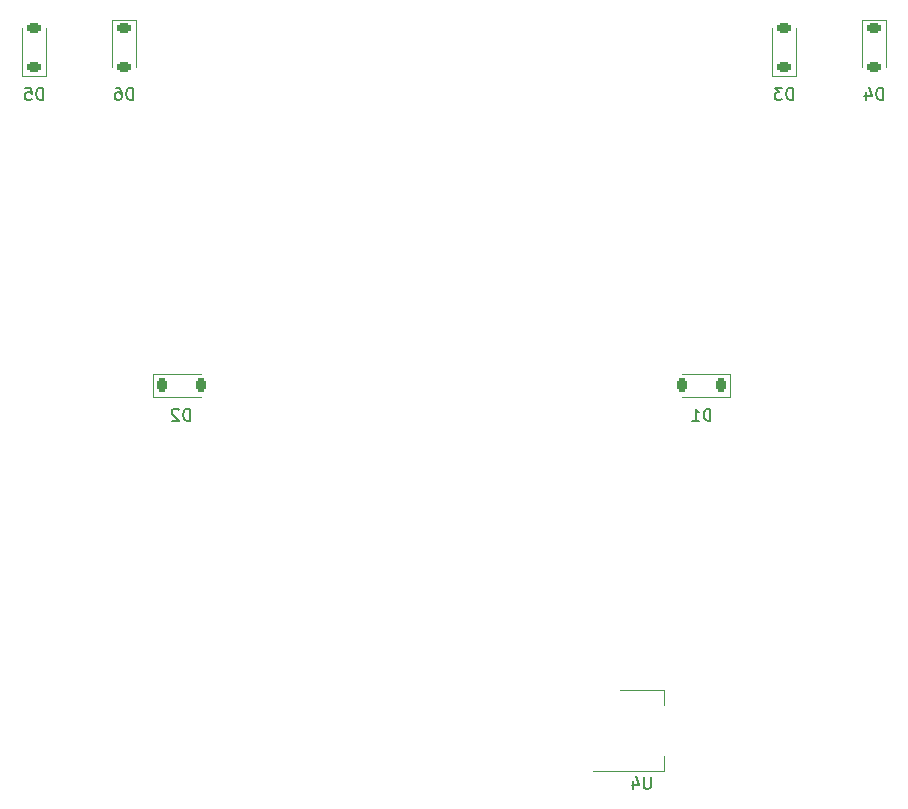
<source format=gbo>
G04 #@! TF.GenerationSoftware,KiCad,Pcbnew,7.0.9-7.0.9~ubuntu20.04.1*
G04 #@! TF.CreationDate,2023-12-22T19:52:23+01:00*
G04 #@! TF.ProjectId,kicad-trans_pwr,6b696361-642d-4747-9261-6e735f707772,1.0*
G04 #@! TF.SameCoordinates,Original*
G04 #@! TF.FileFunction,Legend,Bot*
G04 #@! TF.FilePolarity,Positive*
%FSLAX46Y46*%
G04 Gerber Fmt 4.6, Leading zero omitted, Abs format (unit mm)*
G04 Created by KiCad (PCBNEW 7.0.9-7.0.9~ubuntu20.04.1) date 2023-12-22 19:52:23*
%MOMM*%
%LPD*%
G01*
G04 APERTURE LIST*
G04 Aperture macros list*
%AMRoundRect*
0 Rectangle with rounded corners*
0 $1 Rounding radius*
0 $2 $3 $4 $5 $6 $7 $8 $9 X,Y pos of 4 corners*
0 Add a 4 corners polygon primitive as box body*
4,1,4,$2,$3,$4,$5,$6,$7,$8,$9,$2,$3,0*
0 Add four circle primitives for the rounded corners*
1,1,$1+$1,$2,$3*
1,1,$1+$1,$4,$5*
1,1,$1+$1,$6,$7*
1,1,$1+$1,$8,$9*
0 Add four rect primitives between the rounded corners*
20,1,$1+$1,$2,$3,$4,$5,0*
20,1,$1+$1,$4,$5,$6,$7,0*
20,1,$1+$1,$6,$7,$8,$9,0*
20,1,$1+$1,$8,$9,$2,$3,0*%
G04 Aperture macros list end*
%ADD10C,0.150000*%
%ADD11C,0.120000*%
%ADD12C,6.400000*%
%ADD13C,1.600000*%
%ADD14R,2.400000X2.400000*%
%ADD15C,2.400000*%
%ADD16R,2.000000X1.905000*%
%ADD17C,4.900000*%
%ADD18O,2.000000X1.905000*%
%ADD19R,3.000000X3.000000*%
%ADD20C,3.000000*%
%ADD21R,1.600000X1.600000*%
%ADD22O,3.500000X3.500000*%
%ADD23C,3.200000*%
%ADD24RoundRect,0.225000X-0.375000X0.225000X-0.375000X-0.225000X0.375000X-0.225000X0.375000X0.225000X0*%
%ADD25RoundRect,0.225000X0.375000X-0.225000X0.375000X0.225000X-0.375000X0.225000X-0.375000X-0.225000X0*%
%ADD26RoundRect,0.225000X0.225000X0.375000X-0.225000X0.375000X-0.225000X-0.375000X0.225000X-0.375000X0*%
%ADD27RoundRect,0.225000X-0.225000X-0.375000X0.225000X-0.375000X0.225000X0.375000X-0.225000X0.375000X0*%
%ADD28R,2.000000X1.500000*%
%ADD29R,2.000000X3.800000*%
G04 APERTURE END LIST*
D10*
X87098094Y-63446819D02*
X87098094Y-62446819D01*
X87098094Y-62446819D02*
X86859999Y-62446819D01*
X86859999Y-62446819D02*
X86717142Y-62494438D01*
X86717142Y-62494438D02*
X86621904Y-62589676D01*
X86621904Y-62589676D02*
X86574285Y-62684914D01*
X86574285Y-62684914D02*
X86526666Y-62875390D01*
X86526666Y-62875390D02*
X86526666Y-63018247D01*
X86526666Y-63018247D02*
X86574285Y-63208723D01*
X86574285Y-63208723D02*
X86621904Y-63303961D01*
X86621904Y-63303961D02*
X86717142Y-63399200D01*
X86717142Y-63399200D02*
X86859999Y-63446819D01*
X86859999Y-63446819D02*
X87098094Y-63446819D01*
X85669523Y-62446819D02*
X85859999Y-62446819D01*
X85859999Y-62446819D02*
X85955237Y-62494438D01*
X85955237Y-62494438D02*
X86002856Y-62542057D01*
X86002856Y-62542057D02*
X86098094Y-62684914D01*
X86098094Y-62684914D02*
X86145713Y-62875390D01*
X86145713Y-62875390D02*
X86145713Y-63256342D01*
X86145713Y-63256342D02*
X86098094Y-63351580D01*
X86098094Y-63351580D02*
X86050475Y-63399200D01*
X86050475Y-63399200D02*
X85955237Y-63446819D01*
X85955237Y-63446819D02*
X85764761Y-63446819D01*
X85764761Y-63446819D02*
X85669523Y-63399200D01*
X85669523Y-63399200D02*
X85621904Y-63351580D01*
X85621904Y-63351580D02*
X85574285Y-63256342D01*
X85574285Y-63256342D02*
X85574285Y-63018247D01*
X85574285Y-63018247D02*
X85621904Y-62923009D01*
X85621904Y-62923009D02*
X85669523Y-62875390D01*
X85669523Y-62875390D02*
X85764761Y-62827771D01*
X85764761Y-62827771D02*
X85955237Y-62827771D01*
X85955237Y-62827771D02*
X86050475Y-62875390D01*
X86050475Y-62875390D02*
X86098094Y-62923009D01*
X86098094Y-62923009D02*
X86145713Y-63018247D01*
X142978094Y-63446819D02*
X142978094Y-62446819D01*
X142978094Y-62446819D02*
X142739999Y-62446819D01*
X142739999Y-62446819D02*
X142597142Y-62494438D01*
X142597142Y-62494438D02*
X142501904Y-62589676D01*
X142501904Y-62589676D02*
X142454285Y-62684914D01*
X142454285Y-62684914D02*
X142406666Y-62875390D01*
X142406666Y-62875390D02*
X142406666Y-63018247D01*
X142406666Y-63018247D02*
X142454285Y-63208723D01*
X142454285Y-63208723D02*
X142501904Y-63303961D01*
X142501904Y-63303961D02*
X142597142Y-63399200D01*
X142597142Y-63399200D02*
X142739999Y-63446819D01*
X142739999Y-63446819D02*
X142978094Y-63446819D01*
X142073332Y-62446819D02*
X141454285Y-62446819D01*
X141454285Y-62446819D02*
X141787618Y-62827771D01*
X141787618Y-62827771D02*
X141644761Y-62827771D01*
X141644761Y-62827771D02*
X141549523Y-62875390D01*
X141549523Y-62875390D02*
X141501904Y-62923009D01*
X141501904Y-62923009D02*
X141454285Y-63018247D01*
X141454285Y-63018247D02*
X141454285Y-63256342D01*
X141454285Y-63256342D02*
X141501904Y-63351580D01*
X141501904Y-63351580D02*
X141549523Y-63399200D01*
X141549523Y-63399200D02*
X141644761Y-63446819D01*
X141644761Y-63446819D02*
X141930475Y-63446819D01*
X141930475Y-63446819D02*
X142025713Y-63399200D01*
X142025713Y-63399200D02*
X142073332Y-63351580D01*
X135993094Y-90624819D02*
X135993094Y-89624819D01*
X135993094Y-89624819D02*
X135754999Y-89624819D01*
X135754999Y-89624819D02*
X135612142Y-89672438D01*
X135612142Y-89672438D02*
X135516904Y-89767676D01*
X135516904Y-89767676D02*
X135469285Y-89862914D01*
X135469285Y-89862914D02*
X135421666Y-90053390D01*
X135421666Y-90053390D02*
X135421666Y-90196247D01*
X135421666Y-90196247D02*
X135469285Y-90386723D01*
X135469285Y-90386723D02*
X135516904Y-90481961D01*
X135516904Y-90481961D02*
X135612142Y-90577200D01*
X135612142Y-90577200D02*
X135754999Y-90624819D01*
X135754999Y-90624819D02*
X135993094Y-90624819D01*
X134469285Y-90624819D02*
X135040713Y-90624819D01*
X134754999Y-90624819D02*
X134754999Y-89624819D01*
X134754999Y-89624819D02*
X134850237Y-89767676D01*
X134850237Y-89767676D02*
X134945475Y-89862914D01*
X134945475Y-89862914D02*
X135040713Y-89910533D01*
X91923094Y-90624819D02*
X91923094Y-89624819D01*
X91923094Y-89624819D02*
X91684999Y-89624819D01*
X91684999Y-89624819D02*
X91542142Y-89672438D01*
X91542142Y-89672438D02*
X91446904Y-89767676D01*
X91446904Y-89767676D02*
X91399285Y-89862914D01*
X91399285Y-89862914D02*
X91351666Y-90053390D01*
X91351666Y-90053390D02*
X91351666Y-90196247D01*
X91351666Y-90196247D02*
X91399285Y-90386723D01*
X91399285Y-90386723D02*
X91446904Y-90481961D01*
X91446904Y-90481961D02*
X91542142Y-90577200D01*
X91542142Y-90577200D02*
X91684999Y-90624819D01*
X91684999Y-90624819D02*
X91923094Y-90624819D01*
X90970713Y-89720057D02*
X90923094Y-89672438D01*
X90923094Y-89672438D02*
X90827856Y-89624819D01*
X90827856Y-89624819D02*
X90589761Y-89624819D01*
X90589761Y-89624819D02*
X90494523Y-89672438D01*
X90494523Y-89672438D02*
X90446904Y-89720057D01*
X90446904Y-89720057D02*
X90399285Y-89815295D01*
X90399285Y-89815295D02*
X90399285Y-89910533D01*
X90399285Y-89910533D02*
X90446904Y-90053390D01*
X90446904Y-90053390D02*
X91018332Y-90624819D01*
X91018332Y-90624819D02*
X90399285Y-90624819D01*
X79478094Y-63446819D02*
X79478094Y-62446819D01*
X79478094Y-62446819D02*
X79239999Y-62446819D01*
X79239999Y-62446819D02*
X79097142Y-62494438D01*
X79097142Y-62494438D02*
X79001904Y-62589676D01*
X79001904Y-62589676D02*
X78954285Y-62684914D01*
X78954285Y-62684914D02*
X78906666Y-62875390D01*
X78906666Y-62875390D02*
X78906666Y-63018247D01*
X78906666Y-63018247D02*
X78954285Y-63208723D01*
X78954285Y-63208723D02*
X79001904Y-63303961D01*
X79001904Y-63303961D02*
X79097142Y-63399200D01*
X79097142Y-63399200D02*
X79239999Y-63446819D01*
X79239999Y-63446819D02*
X79478094Y-63446819D01*
X78001904Y-62446819D02*
X78478094Y-62446819D01*
X78478094Y-62446819D02*
X78525713Y-62923009D01*
X78525713Y-62923009D02*
X78478094Y-62875390D01*
X78478094Y-62875390D02*
X78382856Y-62827771D01*
X78382856Y-62827771D02*
X78144761Y-62827771D01*
X78144761Y-62827771D02*
X78049523Y-62875390D01*
X78049523Y-62875390D02*
X78001904Y-62923009D01*
X78001904Y-62923009D02*
X77954285Y-63018247D01*
X77954285Y-63018247D02*
X77954285Y-63256342D01*
X77954285Y-63256342D02*
X78001904Y-63351580D01*
X78001904Y-63351580D02*
X78049523Y-63399200D01*
X78049523Y-63399200D02*
X78144761Y-63446819D01*
X78144761Y-63446819D02*
X78382856Y-63446819D01*
X78382856Y-63446819D02*
X78478094Y-63399200D01*
X78478094Y-63399200D02*
X78525713Y-63351580D01*
X130936904Y-120794819D02*
X130936904Y-121604342D01*
X130936904Y-121604342D02*
X130889285Y-121699580D01*
X130889285Y-121699580D02*
X130841666Y-121747200D01*
X130841666Y-121747200D02*
X130746428Y-121794819D01*
X130746428Y-121794819D02*
X130555952Y-121794819D01*
X130555952Y-121794819D02*
X130460714Y-121747200D01*
X130460714Y-121747200D02*
X130413095Y-121699580D01*
X130413095Y-121699580D02*
X130365476Y-121604342D01*
X130365476Y-121604342D02*
X130365476Y-120794819D01*
X129460714Y-121128152D02*
X129460714Y-121794819D01*
X129698809Y-120747200D02*
X129936904Y-121461485D01*
X129936904Y-121461485D02*
X129317857Y-121461485D01*
X150598094Y-63446819D02*
X150598094Y-62446819D01*
X150598094Y-62446819D02*
X150359999Y-62446819D01*
X150359999Y-62446819D02*
X150217142Y-62494438D01*
X150217142Y-62494438D02*
X150121904Y-62589676D01*
X150121904Y-62589676D02*
X150074285Y-62684914D01*
X150074285Y-62684914D02*
X150026666Y-62875390D01*
X150026666Y-62875390D02*
X150026666Y-63018247D01*
X150026666Y-63018247D02*
X150074285Y-63208723D01*
X150074285Y-63208723D02*
X150121904Y-63303961D01*
X150121904Y-63303961D02*
X150217142Y-63399200D01*
X150217142Y-63399200D02*
X150359999Y-63446819D01*
X150359999Y-63446819D02*
X150598094Y-63446819D01*
X149169523Y-62780152D02*
X149169523Y-63446819D01*
X149407618Y-62399200D02*
X149645713Y-63113485D01*
X149645713Y-63113485D02*
X149026666Y-63113485D01*
D11*
X87360000Y-56695000D02*
X87360000Y-60705000D01*
X85360000Y-56695000D02*
X87360000Y-56695000D01*
X85360000Y-56695000D02*
X85360000Y-60705000D01*
X141240000Y-61415000D02*
X141240000Y-57405000D01*
X143240000Y-61415000D02*
X141240000Y-61415000D01*
X143240000Y-61415000D02*
X143240000Y-57405000D01*
X137615000Y-88630000D02*
X133605000Y-88630000D01*
X137615000Y-86630000D02*
X137615000Y-88630000D01*
X137615000Y-86630000D02*
X133605000Y-86630000D01*
X88825000Y-86630000D02*
X92835000Y-86630000D01*
X88825000Y-88630000D02*
X88825000Y-86630000D01*
X88825000Y-88630000D02*
X92835000Y-88630000D01*
X77740000Y-61415000D02*
X77740000Y-57405000D01*
X79740000Y-61415000D02*
X77740000Y-61415000D01*
X79740000Y-61415000D02*
X79740000Y-57405000D01*
X126075000Y-120250000D02*
X132085000Y-120250000D01*
X128325000Y-113430000D02*
X132085000Y-113430000D01*
X132085000Y-113430000D02*
X132085000Y-114690000D01*
X132085000Y-120250000D02*
X132085000Y-118990000D01*
X150860000Y-56695000D02*
X150860000Y-60705000D01*
X148860000Y-56695000D02*
X150860000Y-56695000D01*
X148860000Y-56695000D02*
X148860000Y-60705000D01*
%LPC*%
D12*
X77470000Y-118110000D03*
D13*
X102235000Y-99060000D03*
X102235000Y-104060000D03*
D12*
X151130000Y-118110000D03*
D13*
X118745000Y-111840000D03*
X118745000Y-116840000D03*
D12*
X151130000Y-35560000D03*
D13*
X123190000Y-106640000D03*
X123190000Y-101640000D03*
D14*
X142360000Y-87630000D03*
D15*
X149860000Y-87630000D03*
D16*
X130175000Y-101600000D03*
D17*
X146835000Y-104140000D03*
D18*
X130175000Y-104140000D03*
X130175000Y-106680000D03*
D19*
X86360000Y-119380000D03*
D20*
X91440000Y-119380000D03*
D13*
X105410000Y-106600000D03*
X105410000Y-101600000D03*
D19*
X96520000Y-119380000D03*
D20*
X101600000Y-119380000D03*
D19*
X116840000Y-34290000D03*
D20*
X111760000Y-34290000D03*
D13*
X126365000Y-99140000D03*
X126365000Y-104140000D03*
D12*
X77470000Y-35560000D03*
D16*
X122555000Y-114300000D03*
D17*
X139215000Y-116840000D03*
D18*
X122555000Y-116840000D03*
X122555000Y-119380000D03*
D13*
X115570000Y-119380000D03*
X115570000Y-114380000D03*
D21*
X110490000Y-105345112D03*
D13*
X110490000Y-102845112D03*
D22*
X81765000Y-104140000D03*
D16*
X98425000Y-106680000D03*
D18*
X98425000Y-104140000D03*
X98425000Y-101600000D03*
D21*
X110490000Y-118045113D03*
D13*
X110490000Y-115545113D03*
D14*
X78740000Y-68580000D03*
D15*
X86240000Y-68580000D03*
D23*
X114300000Y-86800000D03*
X114300000Y-50800000D03*
D20*
X120300000Y-43800000D03*
X108300000Y-43800000D03*
X104300000Y-93800000D03*
X114300000Y-93800000D03*
X124300000Y-93800000D03*
D14*
X86360000Y-49530000D03*
D15*
X78860000Y-49530000D03*
D21*
X118110000Y-105345113D03*
D13*
X118110000Y-102845113D03*
D14*
X86240000Y-87630000D03*
D15*
X78740000Y-87630000D03*
D14*
X142360000Y-68580000D03*
D15*
X149860000Y-68580000D03*
D14*
X149860000Y-49530000D03*
D15*
X142360000Y-49530000D03*
D24*
X86360000Y-57405000D03*
X86360000Y-60705000D03*
D25*
X142240000Y-60705000D03*
X142240000Y-57405000D03*
D26*
X136905000Y-87630000D03*
X133605000Y-87630000D03*
D27*
X89535000Y-87630000D03*
X92835000Y-87630000D03*
D25*
X78740000Y-60705000D03*
X78740000Y-57405000D03*
D28*
X127025000Y-119140000D03*
X127025000Y-116840000D03*
D29*
X133325000Y-116840000D03*
D28*
X127025000Y-114540000D03*
D24*
X149860000Y-57405000D03*
X149860000Y-60705000D03*
%LPD*%
M02*

</source>
